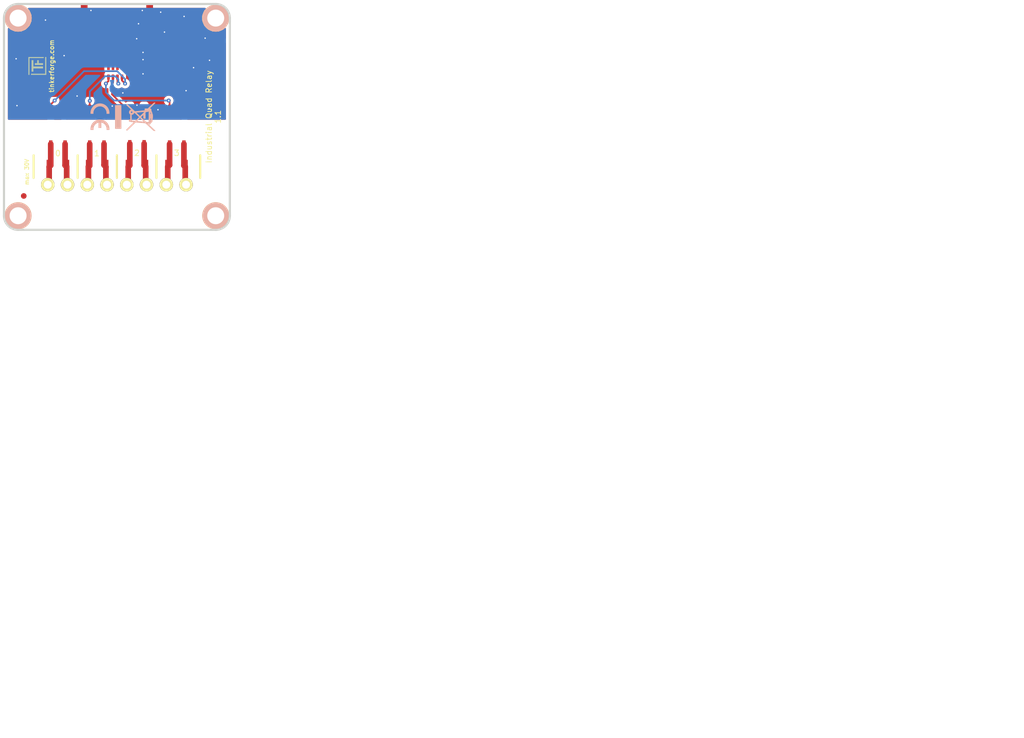
<source format=kicad_pcb>
(kicad_pcb (version 4) (host pcbnew 4.0.2+dfsg1-stable)
  (title_block (title "Industrial Quad Relay Bricklet") (rev 1.1) (company "Tinkerforge GmbH") (comment 1 "Licensed under CERN OHL v.1.1") (comment 2 "Copyright (©) 2013, B.Nordmeyer <bastian@tinkerforge.com>"))
  (layers (0 Front signal) (31 Back signal) (34 B.Paste user) (35 F.Paste user) (36 B.SilkS user) (37 F.SilkS user) (38 B.Mask user) (39 F.Mask user) (44 Edge.Cuts user))
  (net 0 "")
  (net 1 3V3)
  (net 2 GND)
  (net 3 OUTPUT1)
  (net 4 OUTPUT2)
  (net 5 OUTPUT3)
  (net 6 OUTPUT4)
  (net 7 "Net-(P1-Pad1)")
  (net 8 "Net-(P1-Pad4)")
  (net 9 "Net-(P1-Pad5)")
  (net 10 "Net-(P1-Pad6)")
  (net 11 "Net-(P2-Pad2)")
  (net 12 "Net-(P2-Pad3)")
  (net 13 "Net-(P2-Pad4)")
  (net 14 "Net-(P2-Pad1)")
  (net 15 "Net-(P2-Pad5)")
  (net 16 "Net-(P2-Pad6)")
  (net 17 "Net-(P2-Pad7)")
  (net 18 "Net-(P2-Pad8)")
  (net 19 "Net-(RP1-Pad5)")
  (net 20 "Net-(RP1-Pad6)")
  (net 21 "Net-(RP1-Pad7)")
  (net 22 "Net-(RP1-Pad8)")
  (net 23 "Net-(U1-Pad7)")
  (module kicad-libraries:R1210 (layer Front) (at 128.35128 66.89852)
    (fp_text reference R4)
    (fp_text value VJ13PC0300KBA)
    (pad 1 smd rect (at -1.5494 0) (size 0.89916 2.49936) (layers Front F.Paste F.Mask) (net 17 "Net-(P2-Pad7)") (clearance 0.14986))
    (pad 2 smd rect (at 1.5494 0) (size 0.89916 2.49936) (layers Front F.Paste F.Mask) (net 18 "Net-(P2-Pad8)") (clearance 0.14986))
  )
  (module kicad-libraries:R1210 (layer Front) (at 121.35104 66.89852)
    (fp_text reference R3)
    (fp_text value VJ13PC0300KBA)
    (pad 1 smd rect (at -1.5494 0) (size 0.89916 2.49936) (layers Front F.Paste F.Mask) (net 15 "Net-(P2-Pad5)") (clearance 0.14986))
    (pad 2 smd rect (at 1.5494 0) (size 0.89916 2.49936) (layers Front F.Paste F.Mask) (net 16 "Net-(P2-Pad6)") (clearance 0.14986))
  )
  (module kicad-libraries:R1210 (layer Front) (at 114.3 66.89852)
    (fp_text reference R2)
    (fp_text value VJ13PC0300KBA)
    (pad 1 smd rect (at -1.5494 0) (size 0.89916 2.49936) (layers Front F.Paste F.Mask) (net 12 "Net-(P2-Pad3)") (clearance 0.14986))
    (pad 2 smd rect (at 1.5494 0) (size 0.89916 2.49936) (layers Front F.Paste F.Mask) (net 13 "Net-(P2-Pad4)") (clearance 0.14986))
  )
  (module kicad-libraries:R1210 (layer Front) (at 107.35056 66.89852)
    (fp_text reference R1)
    (fp_text value VJ13PC0300KBA)
    (pad 1 smd rect (at -1.5494 0) (size 0.89916 2.49936) (layers Front F.Paste F.Mask) (net 14 "Net-(P2-Pad1)") (clearance 0.14986))
    (pad 2 smd rect (at 1.5494 0) (size 0.89916 2.49936) (layers Front F.Paste F.Mask) (net 11 "Net-(P2-Pad2)") (clearance 0.14986))
  )
  (module kicad-libraries:C0603 (layer Front) (at 131.35 47.45 270)
    (fp_text reference C1)
    (fp_text value 100nF)
    (pad 1 smd rect (at -0.8001 0 270) (size 0.8001 0.8001) (layers Front F.Paste F.Mask) (net 1 3V3))
    (pad 2 smd rect (at 0.8001 0 270) (size 0.8001 0.8001) (layers Front F.Paste F.Mask) (net 2 GND))
  )
  (module kicad-libraries:DRILL_NP (layer Front) (at 135.30072 75.54976)
    (fp_text reference U9 hide)
    (fp_text value DRILL hide)
    (pad "" np_thru_hole circle (at 0 0) (size 2.99974 2.99974) (drill 2.99974) (layers *.Cu *.Mask F.SilkS) (clearance 0.89916))
  )
  (module kicad-libraries:DRILL_NP (layer Front) (at 135.30072 40.54856)
    (fp_text reference U8 hide)
    (fp_text value DRILL hide)
    (pad "" np_thru_hole circle (at 0 0) (size 2.99974 2.99974) (drill 2.99974) (layers *.Cu *.Mask F.SilkS) (clearance 0.89916))
  )
  (module kicad-libraries:DRILL_NP (layer Front) (at 100.29952 40.54856)
    (fp_text reference U7 hide)
    (fp_text value DRILL hide)
    (pad "" np_thru_hole circle (at 0 0) (size 2.99974 2.99974) (drill 2.99974) (layers *.Cu *.Mask F.SilkS) (clearance 0.89916))
  )
  (module kicad-libraries:DRILL_NP (layer Front) (at 100.29952 75.54976)
    (fp_text reference U6 hide)
    (fp_text value DRILL hide)
    (pad "" np_thru_hole circle (at 0 0) (size 2.99974 2.99974) (drill 2.99974) (layers *.Cu *.Mask F.SilkS) (clearance 0.89916))
  )
  (module kicad-libraries:CE_5mm (layer Back) (at 114.8 58.05 270)
    (fp_text reference VAL hide)
    (fp_text value CE_5mm hide)
  )
  (module kicad-libraries:WEEE_7mm (layer Back) (at 121.05 58.05 90)
    (fp_text reference VAL hide)
    (fp_text value WEEE_7mm hide)
  )
  (module kicad-libraries:Logo_31x31 (layer Front) (at 102.12578 50.59934 90)
    (fp_text reference G*** hide)
    (fp_text value Logo_31x31 hide)
  )
  (module kicad-libraries:Fiducial_Mark (layer Front) (at 135.8011 44.54906)
    (fp_text reference Fiducial_Mark hide)
    (fp_text value VAL** hide)
    (pad 1 smd circle (at 0 0) (size 1.00076 1.00076) (layers Front F.Paste F.Mask) (clearance 0.65024))
  )
  (module kicad-libraries:Fiducial_Mark (layer Front) (at 101.30028 72.04964)
    (fp_text reference Fiducial_Mark hide)
    (fp_text value VAL** hide)
    (pad 1 smd circle (at 0 0) (size 1.00076 1.00076) (layers Front F.Paste F.Mask) (clearance 0.65024))
  )
  (module kicad-libraries:0603X4 (layer Front) (at 117.5004 50.14976)
    (fp_text reference RP1)
    (fp_text value 1k)
    (pad 1 smd rect (at 1.19888 -0.8509) (size 0.44958 0.89916) (layers Front F.Paste F.Mask) (net 3 OUTPUT1))
    (pad 2 smd rect (at 0.39878 -0.8509) (size 0.44958 0.89916) (layers Front F.Paste F.Mask) (net 4 OUTPUT2))
    (pad 3 smd rect (at -0.39878 -0.8509) (size 0.44958 0.89916) (layers Front F.Paste F.Mask) (net 5 OUTPUT3))
    (pad 4 smd rect (at -1.19888 -0.8509) (size 0.44958 0.89916) (layers Front F.Paste F.Mask) (net 6 OUTPUT4))
    (pad 5 smd rect (at -1.19888 0.8509) (size 0.44958 0.89916) (layers Front F.Paste F.Mask) (net 19 "Net-(RP1-Pad5)"))
    (pad 6 smd rect (at -0.39878 0.8509) (size 0.44958 0.89916) (layers Front F.Paste F.Mask) (net 20 "Net-(RP1-Pad6)"))
    (pad 7 smd rect (at 0.39878 0.8509) (size 0.44958 0.89916) (layers Front F.Paste F.Mask) (net 21 "Net-(RP1-Pad7)"))
    (pad 8 smd rect (at 1.19888 0.8509) (size 0.44958 0.89916) (layers Front F.Paste F.Mask) (net 22 "Net-(RP1-Pad8)"))
  )
  (module kicad-libraries:CON-SENSOR (layer Front) (at 117.80012 38.0492 180)
    (fp_text reference P1)
    (fp_text value CON-SENSOR)
    (pad 1 smd rect (at -4.50088 -4.7752 180) (size 0.59944 1.5494) (layers Front F.Paste F.Mask) (net 7 "Net-(P1-Pad1)"))
    (pad 2 smd rect (at -3.50012 -4.7752 180) (size 0.59944 1.5494) (layers Front F.Paste F.Mask) (net 2 GND))
    (pad 3 smd rect (at -2.49936 -4.7752 180) (size 0.59944 1.5494) (layers Front F.Paste F.Mask) (net 1 3V3))
    (pad 4 smd rect (at -1.50114 -4.7752 180) (size 0.59944 1.5494) (layers Front F.Paste F.Mask) (net 8 "Net-(P1-Pad4)"))
    (pad 5 smd rect (at -0.50038 -4.7752 180) (size 0.59944 1.5494) (layers Front F.Paste F.Mask) (net 9 "Net-(P1-Pad5)"))
    (pad 6 smd rect (at 0.50038 -4.7752 180) (size 0.59944 1.5494) (layers Front F.Paste F.Mask) (net 10 "Net-(P1-Pad6)"))
    (pad 7 smd rect (at 1.50114 -4.7752 180) (size 0.59944 1.5494) (layers Front F.Paste F.Mask) (net 3 OUTPUT1))
    (pad 8 smd rect (at 2.49936 -4.7752 180) (size 0.59944 1.5494) (layers Front F.Paste F.Mask) (net 4 OUTPUT2))
    (pad 9 smd rect (at 3.50012 -4.7752 180) (size 0.59944 1.5494) (layers Front F.Paste F.Mask) (net 5 OUTPUT3))
    (pad 10 smd rect (at 4.50088 -4.7752 180) (size 0.59944 1.5494) (layers Front F.Paste F.Mask) (net 6 OUTPUT4))
    (pad EP smd rect (at -5.79882 -0.89916 180) (size 1.19888 1.80086) (layers Front F.Paste F.Mask) (net 2 GND))
    (pad EP smd rect (at 5.79882 -0.89916 180) (size 1.19888 1.80086) (layers Front F.Paste F.Mask) (net 2 GND))
  )
  (module kicad-libraries:OQ_8P (layer Front) (at 117.80012 70.05066)
    (fp_text reference P2)
    (fp_text value "Digital Output")
    (pad 2 thru_hole circle (at -8.7503 0) (size 2.4003 2.4003) (drill 1.39954) (layers *.Cu *.Mask F.SilkS) (net 11 "Net-(P2-Pad2)"))
    (pad 3 thru_hole circle (at -5.25018 0) (size 2.4003 2.4003) (drill 1.39954) (layers *.Cu *.Mask F.SilkS) (net 12 "Net-(P2-Pad3)"))
    (pad 4 thru_hole circle (at -1.75006 0) (size 2.4003 2.4003) (drill 1.39954) (layers *.Cu *.Mask F.SilkS) (net 13 "Net-(P2-Pad4)"))
    (pad 1 thru_hole circle (at -12.25042 0) (size 2.4003 2.4003) (drill 1.39954) (layers *.Cu *.Mask F.SilkS) (net 14 "Net-(P2-Pad1)"))
    (pad 5 thru_hole circle (at 1.75006 0) (size 2.4003 2.4003) (drill 1.39954) (layers *.Cu *.Mask F.SilkS) (net 15 "Net-(P2-Pad5)"))
    (pad 6 thru_hole circle (at 5.25018 0) (size 2.4003 2.4003) (drill 1.39954) (layers *.Cu *.Mask F.SilkS) (net 16 "Net-(P2-Pad6)"))
    (pad 7 thru_hole circle (at 8.7503 0) (size 2.4003 2.4003) (drill 1.39954) (layers *.Cu *.Mask F.SilkS) (net 17 "Net-(P2-Pad7)"))
    (pad 8 thru_hole circle (at 12.25042 0) (size 2.4003 2.4003) (drill 1.39954) (layers *.Cu *.Mask F.SilkS) (net 18 "Net-(P2-Pad8)"))
  )
  (module kicad-libraries:SOIC8 (layer Front) (at 126.8 48.525 270)
    (fp_text reference U1)
    (fp_text value M24C64)
    (pad 1 smd rect (at -1.90246 2.69748 90) (size 0.59944 1.5494) (layers Front F.Paste F.Mask) (net 2 GND))
    (pad 2 smd rect (at -0.63246 2.69748 90) (size 0.59944 1.5494) (layers Front F.Paste F.Mask) (net 2 GND))
    (pad 3 smd rect (at 0.63246 2.69748 90) (size 0.59944 1.5494) (layers Front F.Paste F.Mask) (net 10 "Net-(P1-Pad6)"))
    (pad 4 smd rect (at 1.90246 2.69748 90) (size 0.59944 1.5494) (layers Front F.Paste F.Mask) (net 2 GND))
    (pad 5 smd rect (at 1.90246 -2.69748 270) (size 0.59944 1.5494) (layers Front F.Paste F.Mask) (net 9 "Net-(P1-Pad5)"))
    (pad 6 smd rect (at 0.63246 -2.69748 270) (size 0.59944 1.5494) (layers Front F.Paste F.Mask) (net 8 "Net-(P1-Pad4)"))
    (pad 7 smd rect (at -0.63246 -2.69748 270) (size 0.59944 1.5494) (layers Front F.Paste F.Mask) (net 23 "Net-(U1-Pad7)"))
    (pad 8 smd rect (at -1.90246 -2.69748 270) (size 0.59944 1.5494) (layers Front F.Paste F.Mask) (net 1 3V3))
  )
  (module kicad-libraries:SOP4-WIDE (layer Front) (at 107.35056 60.04814)
    (fp_text reference U2)
    (fp_text value CPC1020N)
    (pad 1 smd rect (at 1.27 -3.15) (size 0.59944 2) (layers Front F.Paste F.Mask) (net 1 3V3))
    (pad 2 smd rect (at -1.27 -3.15) (size 0.59944 2) (layers Front F.Paste F.Mask) (net 22 "Net-(RP1-Pad8)"))
    (pad 3 smd rect (at -1.27 3.15) (size 0.59944 2) (layers Front F.Paste F.Mask) (net 14 "Net-(P2-Pad1)"))
    (pad 4 smd rect (at 1.27 3.15) (size 0.59944 2) (layers Front F.Paste F.Mask) (net 11 "Net-(P2-Pad2)"))
  )
  (module kicad-libraries:SOP4-WIDE (layer Front) (at 114.2492 60.04814)
    (fp_text reference U3)
    (fp_text value CPC1020N)
    (pad 1 smd rect (at 1.27 -3.15) (size 0.59944 2) (layers Front F.Paste F.Mask) (net 1 3V3))
    (pad 2 smd rect (at -1.27 -3.15) (size 0.59944 2) (layers Front F.Paste F.Mask) (net 21 "Net-(RP1-Pad7)"))
    (pad 3 smd rect (at -1.27 3.15) (size 0.59944 2) (layers Front F.Paste F.Mask) (net 12 "Net-(P2-Pad3)"))
    (pad 4 smd rect (at 1.27 3.15) (size 0.59944 2) (layers Front F.Paste F.Mask) (net 13 "Net-(P2-Pad4)"))
  )
  (module kicad-libraries:SOP4-WIDE (layer Front) (at 121.35104 59.99988)
    (fp_text reference U4)
    (fp_text value CPC1020N)
    (pad 1 smd rect (at 1.27 -3.15) (size 0.59944 2) (layers Front F.Paste F.Mask) (net 1 3V3))
    (pad 2 smd rect (at -1.27 -3.15) (size 0.59944 2) (layers Front F.Paste F.Mask) (net 20 "Net-(RP1-Pad6)"))
    (pad 3 smd rect (at -1.27 3.15) (size 0.59944 2) (layers Front F.Paste F.Mask) (net 15 "Net-(P2-Pad5)"))
    (pad 4 smd rect (at 1.27 3.15) (size 0.59944 2) (layers Front F.Paste F.Mask) (net 16 "Net-(P2-Pad6)"))
  )
  (module kicad-libraries:SOP4-WIDE (layer Front) (at 128.39954 60.04814)
    (fp_text reference U5)
    (fp_text value CPC1020N)
    (pad 1 smd rect (at 1.27 -3.15) (size 0.59944 2) (layers Front F.Paste F.Mask) (net 1 3V3))
    (pad 2 smd rect (at -1.27 -3.15) (size 0.59944 2) (layers Front F.Paste F.Mask) (net 19 "Net-(RP1-Pad5)"))
    (pad 3 smd rect (at -1.27 3.15) (size 0.59944 2) (layers Front F.Paste F.Mask) (net 17 "Net-(P2-Pad7)"))
    (pad 4 smd rect (at 1.27 3.15) (size 0.59944 2) (layers Front F.Paste F.Mask) (net 18 "Net-(P2-Pad8)"))
  )
  (gr_text "max 30V" (at 101.84892 67.80022 90) (layer F.SilkS) (effects (font (size 0.70104 0.70104) (thickness 0.14986))))
  (gr_line (start 132.5499 68.84924) (end 132.5499 64.84874) (angle 90) (layer F.SilkS) (width 0.381))
  (gr_line (start 124.80036 68.84924) (end 124.80036 64.84874) (angle 90) (layer F.SilkS) (width 0.381))
  (gr_line (start 117.80012 68.84924) (end 117.80012 64.84874) (angle 90) (layer F.SilkS) (width 0.381))
  (gr_line (start 110.85068 68.84924) (end 110.85068 64.84874) (angle 90) (layer F.SilkS) (width 0.381))
  (gr_line (start 103.05034 68.84924) (end 103.05034 64.84874) (angle 90) (layer F.SilkS) (width 0.381))
  (gr_text 3 (at 128.39954 64.44996) (layer F.SilkS) (effects (font (size 1.00076 1.00076) (thickness 0.14986))))
  (gr_text 2 (at 121.35104 64.44996) (layer F.SilkS) (effects (font (size 1.00076 1.00076) (thickness 0.14986))))
  (gr_text 1 (at 114.2492 64.49822) (layer F.SilkS) (effects (font (size 1.00076 1.00076) (thickness 0.14986))))
  (gr_text 0 (at 107.35056 64.49822) (layer F.SilkS) (effects (font (size 1.00076 1.00076) (thickness 0.14986))))
  (gr_text "Industrial Quad Relay\n1.1" (at 134.9 58.025 90) (layer F.SilkS) (effects (font (size 1 1))))
  (gr_text tinkerforge.com (at 106.25074 49.04994 90) (layer F.SilkS) (effects (font (size 0.8001 0.8001) (thickness 0.14986))))
  (gr_arc (start 100.29952 40.5511) (end 97.80016 40.5511) (angle 90) (layer Edge.Cuts) (width 0.381))
  (gr_arc (start 100.29952 75.54976) (end 100.29952 78.04912) (angle 90) (layer Edge.Cuts) (width 0.381))
  (gr_arc (start 135.29818 75.54976) (end 137.80008 75.54976) (angle 90) (layer Edge.Cuts) (width 0.381))
  (gr_arc (start 135.29818 40.5511) (end 135.29818 38.0492) (angle 90) (layer Edge.Cuts) (width 0.381))
  (gr_line (start 97.80016 40.5511) (end 97.80016 75.54976) (angle 90) (layer Edge.Cuts) (width 0.381))
  (gr_line (start 135.30072 38.0492) (end 100.29952 38.0492) (angle 90) (layer Edge.Cuts) (width 0.381))
  (gr_line (start 137.80262 75.54976) (end 137.80262 40.5511) (angle 90) (layer Edge.Cuts) (width 0.381))
  (gr_line (start 100.29952 78.04912) (end 135.30072 78.04912) (angle 90) (layer Edge.Cuts) (width 0.381))
  (segment (start 131.35 46.6499) (end 132.1749 46.6499) (width 0.29972) (layer Front) (net 1))
  (segment (start 130.55186 56.89814) (end 129.66954 56.89814) (width 0.29972) (layer Front) (net 1))
  (segment (start 132.975 54.475) (end 130.55186 56.89814) (width 0.29972) (layer Front) (net 1))
  (segment (start 132.975 47.45) (end 132.975 54.475) (width 0.29972) (layer Front) (net 1))
  (segment (start 132.1749 46.6499) (end 132.975 47.45) (width 0.29972) (layer Front) (net 1))
  (segment (start 131.35 46.6499) (end 129.52484 46.6499) (width 0.29972) (layer Front) (net 1))
  (segment (start 129.52484 46.6499) (end 129.49748 46.62254) (width 0.29972) (layer Front) (net 1))
  (segment (start 120.29948 42.8244) (end 120.29948 41.85052) (width 0.29972) (layer Front) (net 1))
  (segment (start 131.35 45.45) (end 131.35 46.6499) (width 0.29972) (layer Front) (net 1))
  (segment (start 126.725 40.825) (end 131.35 45.45) (width 0.29972) (layer Front) (net 1))
  (segment (start 121.325 40.825) (end 126.725 40.825) (width 0.29972) (layer Front) (net 1))
  (segment (start 120.29948 41.85052) (end 121.325 40.825) (width 0.29972) (layer Front) (net 1))
  (segment (start 129.05 58.375) (end 129.225 58.375) (width 0.29972) (layer Front) (net 1))
  (segment (start 129.05 58.375) (end 122.875 58.375) (width 0.29972) (layer Front) (net 1))
  (segment (start 129.225 58.375) (end 129.66954 57.93046) (width 0.29972) (layer Front) (net 1))
  (segment (start 129.66954 57.93046) (end 129.66954 56.89814) (width 0.29972) (layer Front) (net 1))
  (segment (start 115.925 58.375) (end 108.875 58.375) (width 0.29972) (layer Front) (net 1))
  (segment (start 108.62056 58.12056) (end 108.62056 56.89814) (width 0.29972) (layer Front) (net 1))
  (segment (start 108.875 58.375) (end 108.62056 58.12056) (width 0.29972) (layer Front) (net 1))
  (segment (start 122.875 58.375) (end 115.925 58.375) (width 0.29972) (layer Front) (net 1))
  (segment (start 115.5192 57.9692) (end 115.5192 56.89814) (width 0.29972) (layer Front) (net 1))
  (segment (start 115.925 58.375) (end 115.5192 57.9692) (width 0.29972) (layer Front) (net 1))
  (segment (start 122.62104 58.12104) (end 122.62104 56.84988) (width 0.29972) (layer Front) (net 1))
  (segment (start 122.875 58.375) (end 122.62104 58.12104) (width 0.29972) (layer Front) (net 1))
  (segment (start 122.425 50.425) (end 122.425 53.75) (width 0.29972) (layer Front) (net 2))
  (via (at 125.075 56.775) (size 0.70104) (layers Front Back) (net 2))
  (segment (start 125.075 56.4) (end 125.075 56.775) (width 0.29972) (layer Front) (net 2))
  (segment (start 122.425 53.75) (end 125.075 56.4) (width 0.29972) (layer Front) (net 2))
  (segment (start 122.425 50.425) (end 122.425 52.05) (width 0.29972) (layer Back) (net 2))
  (via (at 118.85 53.8) (size 0.70104) (layers Front Back) (net 2))
  (segment (start 120.675 53.8) (end 118.85 53.8) (width 0.29972) (layer Back) (net 2))
  (segment (start 122.425 52.05) (end 120.675 53.8) (width 0.29972) (layer Back) (net 2))
  (segment (start 129.7 40.25) (end 129 40.25) (width 0.29972) (layer Back) (net 2))
  (via (at 126.225 43.025) (size 0.70104) (layers Front Back) (net 2))
  (segment (start 129 40.25) (end 126.225 43.025) (width 0.29972) (layer Back) (net 2))
  (segment (start 125.55 39.5) (end 122.60118 39.5) (width 0.29972) (layer Back) (net 2))
  (segment (start 122.425 51.9) (end 123.925 53.4) (width 0.29972) (layer Front) (net 2))
  (segment (start 123.925 53.4) (end 130.05 53.4) (width 0.29972) (layer Front) (net 2))
  (via (at 130.05 53.4) (size 0.70104) (layers Front Back) (net 2))
  (segment (start 130.05 53.4) (end 133.25 56.6) (width 0.29972) (layer Back) (net 2))
  (segment (start 133.25 56.6) (end 134.125 56.6) (width 0.29972) (layer Back) (net 2))
  (via (at 134.125 56.6) (size 0.70104) (layers Front Back) (net 2))
  (segment (start 134.125 56.6) (end 134.2 56.525) (width 0.29972) (layer Front) (net 2))
  (segment (start 134.2 56.525) (end 134.2 48.025) (width 0.29972) (layer Front) (net 2))
  (via (at 134.2 48.025) (size 0.70104) (layers Front Back) (net 2))
  (segment (start 134.2 48.025) (end 133.425 47.25) (width 0.29972) (layer Back) (net 2))
  (segment (start 133.425 47.25) (end 133.425 44.1) (width 0.29972) (layer Back) (net 2))
  (via (at 133.425 44.1) (size 0.70104) (layers Front Back) (net 2))
  (segment (start 133.425 44.1) (end 129.7 40.375) (width 0.29972) (layer Front) (net 2))
  (segment (start 129.7 40.375) (end 129.7 40.25) (width 0.29972) (layer Front) (net 2))
  (via (at 129.7 40.25) (size 0.70104) (layers Front Back) (net 2))
  (segment (start 129.7 40.25) (end 128.95 39.5) (width 0.29972) (layer Back) (net 2))
  (segment (start 128.95 39.5) (end 125.55 39.5) (width 0.29972) (layer Back) (net 2))
  (via (at 125.55 39.5) (size 0.70104) (layers Front Back) (net 2))
  (segment (start 122.425 50.425) (end 122.425 51.9) (width 0.29972) (layer Front) (net 2))
  (segment (start 122.60118 39.5) (end 122.301 39.19982) (width 0.29972) (layer Back) (net 2))
  (segment (start 121.30024 42.8244) (end 121.30024 41.87476) (width 0.29972) (layer Front) (net 2))
  (segment (start 121.30024 41.87476) (end 121.625 41.55) (width 0.29972) (layer Front) (net 2))
  (via (at 121.625 41.55) (size 0.70104) (layers Front Back) (net 2))
  (segment (start 121.625 41.55) (end 122.301 40.874) (width 0.29972) (layer Back) (net 2))
  (segment (start 122.301 40.874) (end 122.301 39.19982) (width 0.29972) (layer Back) (net 2))
  (segment (start 122.425 47.9) (end 122.425 50.425) (width 0.29972) (layer Back) (net 2))
  (segment (start 122.42746 50.42746) (end 124.10252 50.42746) (width 0.29972) (layer Front) (net 2))
  (segment (start 122.425 50.425) (end 122.42746 50.42746) (width 0.29972) (layer Front) (net 2))
  (via (at 122.425 50.425) (size 0.70104) (layers Front Back) (net 2))
  (segment (start 124.10252 46.62254) (end 122.42746 46.62254) (width 0.29972) (layer Front) (net 2))
  (segment (start 122.425 46.625) (end 122.425 47.9) (width 0.29972) (layer Back) (net 2))
  (via (at 122.425 46.625) (size 0.70104) (layers Front Back) (net 2))
  (segment (start 122.42746 46.62254) (end 122.425 46.625) (width 0.29972) (layer Front) (net 2))
  (segment (start 131.35 48.2501) (end 131.35 49.3) (width 0.29972) (layer Front) (net 2))
  (segment (start 122.43246 47.89254) (end 124.10252 47.89254) (width 0.29972) (layer Front) (net 2))
  (segment (start 122.425 47.9) (end 122.43246 47.89254) (width 0.29972) (layer Front) (net 2))
  (via (at 122.425 47.9) (size 0.70104) (layers Front Back) (net 2))
  (segment (start 129.95 47.9) (end 122.425 47.9) (width 0.29972) (layer Back) (net 2))
  (segment (start 131.375 49.325) (end 129.95 47.9) (width 0.29972) (layer Back) (net 2))
  (via (at 131.375 49.325) (size 0.70104) (layers Front Back) (net 2))
  (segment (start 131.35 49.3) (end 131.375 49.325) (width 0.29972) (layer Front) (net 2))
  (via (at 122.301 39.19982) (size 0.70104) (layers Front Back) (net 2))
  (segment (start 123.59894 39.19982) (end 122.301 39.19982) (width 0.29972) (layer Front) (net 2))
  (segment (start 121.30024 42.8244) (end 121.30024 44.19854) (width 0.29972) (layer Front) (net 2))
  (segment (start 112.0013 38.94836) (end 107.10164 38.94836) (width 0.29972) (layer Front) (net 2))
  (segment (start 107.10164 38.94836) (end 105.15092 40.89908) (width 0.29972) (layer Front) (net 2))
  (segment (start 105.15092 40.89908) (end 105.15092 41.148) (width 0.29972) (layer Front) (net 2))
  (segment (start 113.20018 39.19982) (end 122.301 39.19982) (width 0.29972) (layer Back) (net 2))
  (via (at 113.20018 39.19982) (size 0.70104) (layers Front Back) (net 2))
  (segment (start 112.0013 39.19982) (end 113.20018 39.19982) (width 0.29972) (layer Front) (net 2))
  (segment (start 121.30024 44.19854) (end 111.45012 44.19854) (width 0.29972) (layer Back) (net 2))
  (via (at 121.30024 44.19854) (size 0.70104) (layers Front Back) (net 2))
  (via (at 108.45038 47.19828) (size 0.70104) (layers Front Back) (net 2))
  (segment (start 111.45012 44.19854) (end 108.45038 47.19828) (width 0.29972) (layer Back) (net 2))
  (segment (start 110.74908 54.34838) (end 115.1001 54.34838) (width 0.29972) (layer Front) (net 2))
  (segment (start 102.39756 56.05018) (end 104.09936 54.34838) (width 0.29972) (layer Front) (net 2))
  (segment (start 104.09936 54.34838) (end 110.74908 54.34838) (width 0.29972) (layer Front) (net 2))
  (via (at 110.74908 54.34838) (size 0.70104) (layers Front Back) (net 2))
  (segment (start 105.15092 40.89908) (end 105.15092 42.54754) (width 0.29972) (layer Front) (net 2))
  (via (at 105.15092 40.89908) (size 0.70104) (layers Front Back) (net 2))
  (via (at 100.1014 56.05018) (size 0.70104) (layers Front Back) (net 2))
  (segment (start 115.1001 54.34838) (end 116.975 56.125) (width 0.29972) (layer Front) (net 2))
  (via (at 116.975 56.125) (size 0.70104) (layers Front Back) (net 2))
  (segment (start 116.975 56.125) (end 116.7511 55.99938) (width 0.29972) (layer Back) (net 2))
  (segment (start 116.7511 55.99938) (end 121.35 55.975) (width 0.29972) (layer Back) (net 2))
  (via (at 121.35 55.975) (size 0.70104) (layers Front Back) (net 2))
  (segment (start 100.1014 56.05018) (end 102.39756 56.05018) (width 0.29972) (layer Front) (net 2))
  (segment (start 105.15092 42.54754) (end 99.949 47.74946) (width 0.29972) (layer Front) (net 2))
  (via (at 99.949 47.74946) (size 0.70104) (layers Front Back) (net 2))
  (segment (start 99.949 47.74946) (end 100.1014 47.90186) (width 0.29972) (layer Back) (net 2))
  (segment (start 100.1014 47.90186) (end 100.1014 56.05018) (width 0.29972) (layer Back) (net 2))
  (segment (start 118.69928 49.29886) (end 118.69928 46.89856) (width 0.29972) (layer Front) (net 3))
  (segment (start 118.69928 46.89856) (end 116.29898 44.49826) (width 0.29972) (layer Front) (net 3))
  (segment (start 116.29898 44.49826) (end 116.29898 42.8244) (width 0.29972) (layer Front) (net 3))
  (segment (start 117.89918 49.29886) (end 117.89918 47.44974) (width 0.29972) (layer Front) (net 4))
  (segment (start 115.30076 44.85132) (end 115.30076 42.8244) (width 0.29972) (layer Front) (net 4))
  (segment (start 117.89918 47.44974) (end 115.30076 44.85132) (width 0.29972) (layer Front) (net 4))
  (segment (start 117.10162 49.29886) (end 117.10162 48.14824) (width 0.29972) (layer Front) (net 5))
  (segment (start 114.3 45.34662) (end 114.3 42.8244) (width 0.29972) (layer Front) (net 5))
  (segment (start 117.10162 48.14824) (end 114.3 45.34662) (width 0.29972) (layer Front) (net 5))
  (segment (start 116.30152 49.29886) (end 116.30152 49.04994) (width 0.29972) (layer Front) (net 6))
  (segment (start 113.29924 46.04766) (end 113.29924 42.8244) (width 0.29972) (layer Front) (net 6))
  (segment (start 116.30152 49.04994) (end 113.29924 46.04766) (width 0.29972) (layer Front) (net 6))
  (segment (start 129.49748 49.15746) (end 128.65746 49.15746) (width 0.29972) (layer Front) (net 8))
  (segment (start 119.30126 44.12626) (end 119.30126 42.8244) (width 0.29972) (layer Front) (net 8))
  (segment (start 120.15 44.975) (end 119.30126 44.12626) (width 0.29972) (layer Front) (net 8))
  (segment (start 126.775 44.975) (end 120.15 44.975) (width 0.29972) (layer Front) (net 8))
  (segment (start 128.025 46.225) (end 126.775 44.975) (width 0.29972) (layer Front) (net 8))
  (segment (start 128.025 48.525) (end 128.025 46.225) (width 0.29972) (layer Front) (net 8))
  (segment (start 128.65746 49.15746) (end 128.025 48.525) (width 0.29972) (layer Front) (net 8))
  (segment (start 118.3005 42.8244) (end 118.3005 43.9505) (width 0.29972) (layer Front) (net 9))
  (segment (start 128.07746 50.42746) (end 129.49748 50.42746) (width 0.29972) (layer Front) (net 9))
  (segment (start 127.075 49.425) (end 128.07746 50.42746) (width 0.29972) (layer Front) (net 9))
  (segment (start 127.075 46.825) (end 127.075 49.425) (width 0.29972) (layer Front) (net 9))
  (segment (start 125.95 45.7) (end 127.075 46.825) (width 0.29972) (layer Front) (net 9))
  (segment (start 120.05 45.7) (end 125.95 45.7) (width 0.29972) (layer Front) (net 9))
  (segment (start 118.3005 43.9505) (end 120.05 45.7) (width 0.29972) (layer Front) (net 9))
  (segment (start 124.10252 49.15746) (end 122.33246 49.15746) (width 0.29972) (layer Front) (net 10))
  (segment (start 117.29974 44.12474) (end 117.29974 42.8244) (width 0.29972) (layer Front) (net 10))
  (segment (start 122.33246 49.15746) (end 117.29974 44.12474) (width 0.29972) (layer Front) (net 10))
  (segment (start 108.62056 66.61912) (end 108.89996 66.89852) (width 1.00076) (layer Front) (net 11))
  (segment (start 108.62056 62.84722) (end 108.62056 66.61912) (width 1.00076) (layer Front) (net 11))
  (segment (start 108.89996 69.9008) (end 109.04982 70.05066) (width 1.00076) (layer Front) (net 11))
  (segment (start 108.89996 66.89852) (end 108.89996 69.9008) (width 1.00076) (layer Front) (net 11))
  (segment (start 112.9792 66.66992) (end 112.7506 66.89852) (width 1.00076) (layer Front) (net 12))
  (segment (start 112.9792 62.84722) (end 112.9792 66.66992) (width 1.00076) (layer Front) (net 12))
  (segment (start 112.7506 69.85) (end 112.54994 70.05066) (width 1.00076) (layer Front) (net 12))
  (segment (start 112.7506 66.89852) (end 112.7506 69.85) (width 1.00076) (layer Front) (net 12))
  (segment (start 115.8494 69.85) (end 116.05006 70.05066) (width 1.00076) (layer Front) (net 13))
  (segment (start 115.8494 66.89852) (end 115.8494 69.85) (width 1.00076) (layer Front) (net 13))
  (segment (start 115.5192 66.56832) (end 115.8494 66.89852) (width 1.00076) (layer Front) (net 13))
  (segment (start 115.5192 62.84722) (end 115.5192 66.56832) (width 1.00076) (layer Front) (net 13))
  (segment (start 106.08056 66.61912) (end 105.80116 66.89852) (width 1.00076) (layer Front) (net 14))
  (segment (start 106.08056 62.84722) (end 106.08056 66.61912) (width 1.00076) (layer Front) (net 14))
  (segment (start 105.80116 69.7992) (end 105.5497 70.05066) (width 1.00076) (layer Front) (net 14))
  (segment (start 105.80116 66.89852) (end 105.80116 69.7992) (width 1.00076) (layer Front) (net 14))
  (segment (start 119.80164 66.89852) (end 119.80164 69.7992) (width 1.00076) (layer Front) (net 15))
  (segment (start 119.80164 69.7992) (end 119.55018 70.05066) (width 1.00076) (layer Front) (net 15))
  (segment (start 120.08104 62.79896) (end 120.08104 66.61912) (width 1.00076) (layer Front) (net 15))
  (segment (start 120.08104 66.61912) (end 119.80164 66.89852) (width 1.00076) (layer Front) (net 15))
  (segment (start 122.90044 66.89852) (end 122.90044 69.9008) (width 1.00076) (layer Front) (net 16))
  (segment (start 122.90044 69.9008) (end 123.0503 70.05066) (width 1.00076) (layer Front) (net 16))
  (segment (start 122.62104 62.79896) (end 122.62104 66.61912) (width 1.00076) (layer Front) (net 16))
  (segment (start 122.62104 66.61912) (end 122.90044 66.89852) (width 1.00076) (layer Front) (net 16))
  (segment (start 127.12954 66.57086) (end 126.80188 66.89852) (width 1.00076) (layer Front) (net 17))
  (segment (start 127.12954 62.84722) (end 127.12954 66.57086) (width 1.00076) (layer Front) (net 17))
  (segment (start 126.80188 69.7992) (end 126.55042 70.05066) (width 1.00076) (layer Front) (net 17))
  (segment (start 126.80188 66.89852) (end 126.80188 69.7992) (width 1.00076) (layer Front) (net 17))
  (segment (start 129.66954 66.66738) (end 129.90068 66.89852) (width 1.00076) (layer Front) (net 18))
  (segment (start 129.66954 62.84722) (end 129.66954 66.66738) (width 1.00076) (layer Front) (net 18))
  (segment (start 129.90068 69.9008) (end 130.05054 70.05066) (width 1.00076) (layer Front) (net 18))
  (segment (start 129.90068 66.89852) (end 129.90068 69.9008) (width 1.00076) (layer Front) (net 18))
  (segment (start 127.12954 56.89814) (end 127.12954 55.30454) (width 0.29972) (layer Front) (net 19))
  (segment (start 126.97348 55.14848) (end 126.29896 55.14848) (width 0.29972) (layer Back) (net 19))
  (segment (start 126.975 55.15) (end 126.97348 55.14848) (width 0.29972) (layer Back) (net 19))
  (via (at 126.975 55.15) (size 0.70104) (layers Front Back) (net 19))
  (segment (start 127.12954 55.30454) (end 126.975 55.15) (width 0.29972) (layer Front) (net 19))
  (segment (start 115.8494 53.69814) (end 117.29974 55.14848) (width 0.29972) (layer Back) (net 19))
  (segment (start 117.29974 55.14848) (end 126.29896 55.14848) (width 0.29972) (layer Back) (net 19))
  (segment (start 116.30152 51.00066) (end 116.30152 51.69662) (width 0.29972) (layer Front) (net 19))
  (via (at 115.8494 52.14874) (size 0.70104) (layers Front Back) (net 19))
  (segment (start 116.30152 51.69662) (end 115.8494 52.14874) (width 0.29972) (layer Front) (net 19))
  (segment (start 115.8494 52.14874) (end 115.8494 53.69814) (width 0.29972) (layer Back) (net 19))
  (segment (start 116.94922 52.14874) (end 116.94922 54.06898) (width 0.29972) (layer Front) (net 20))
  (segment (start 117.10162 51.99634) (end 116.94922 52.14874) (width 0.29972) (layer Front) (net 20))
  (segment (start 117.10162 51.00066) (end 117.10162 51.99634) (width 0.29972) (layer Front) (net 20))
  (segment (start 116.94922 54.06898) (end 120.08104 57.2008) (width 0.29972) (layer Front) (net 20))
  (segment (start 112.9792 56.89814) (end 112.9792 55.2208) (width 0.29972) (layer Front) (net 21))
  (segment (start 112.99952 55.19952) (end 112.99952 53.54828) (width 0.29972) (layer Back) (net 21))
  (segment (start 113 55.2) (end 112.99952 55.19952) (width 0.29972) (layer Back) (net 21))
  (via (at 113 55.2) (size 0.70104) (layers Front Back) (net 21))
  (segment (start 112.9792 55.2208) (end 113 55.2) (width 0.29972) (layer Front) (net 21))
  (segment (start 118.04904 51.3969) (end 117.5004 50.84826) (width 0.29972) (layer Back) (net 21))
  (segment (start 117.5004 50.84826) (end 115.69954 50.84826) (width 0.29972) (layer Back) (net 21))
  (segment (start 115.69954 50.84826) (end 112.99952 53.54828) (width 0.29972) (layer Back) (net 21))
  (segment (start 117.89918 51.00066) (end 117.89918 51.99888) (width 0.29972) (layer Front) (net 21))
  (via (at 118.04904 52.14874) (size 0.70104) (layers Front Back) (net 21))
  (segment (start 117.89918 51.99888) (end 118.04904 52.14874) (width 0.29972) (layer Front) (net 21))
  (segment (start 118.04904 52.14874) (end 118.04904 51.3969) (width 0.29972) (layer Back) (net 21))
  (segment (start 106.08056 56.89814) (end 106.08056 55.84444) (width 0.29972) (layer Front) (net 22))
  (segment (start 111.9759 49.9491) (end 112.0013 49.9491) (width 0.29972) (layer Back) (net 22))
  (segment (start 106.775 55.15) (end 111.9759 49.9491) (width 0.29972) (layer Back) (net 22))
  (via (at 106.775 55.15) (size 0.70104) (layers Front Back) (net 22))
  (segment (start 106.08056 55.84444) (end 106.775 55.15) (width 0.29972) (layer Front) (net 22))
  (segment (start 119.25046 51.34864) (end 117.85092 49.9491) (width 0.29972) (layer Back) (net 22))
  (segment (start 117.85092 49.9491) (end 112.0013 49.9491) (width 0.29972) (layer Back) (net 22))
  (segment (start 118.69928 51.00066) (end 118.69928 51.59756) (width 0.29972) (layer Front) (net 22))
  (via (at 119.25046 52.14874) (size 0.70104) (layers Front Back) (net 22))
  (segment (start 118.69928 51.59756) (end 119.25046 52.14874) (width 0.29972) (layer Front) (net 22))
  (segment (start 119.25046 52.14874) (end 119.25046 51.34864) (width 0.29972) (layer Back) (net 22))
  (zone (net 2) (net_name GND) (layer Front) (connect_pads (clearance 0.5)) (min_thickness 0.254) (fill (arc_segments 16) (thermal_gap 0.5) (thermal_bridge_width 0.5))
    (polygon (pts (xy 137.80008 58.54954) (xy 137.80008 38.0492) (xy 97.80016 38.0492) (xy 97.80016 58.54954)))
  )
  (zone (net 2) (net_name GND) (layer Back) (connect_pads (clearance 0.5)) (min_thickness 0.254) (fill (arc_segments 16) (thermal_gap 0.5) (thermal_bridge_width 0.5))
    (polygon (pts (xy 137.80008 58.54954) (xy 137.80008 38.0492) (xy 97.80016 38.0492) (xy 97.80016 58.54954)))
  )
)
</source>
